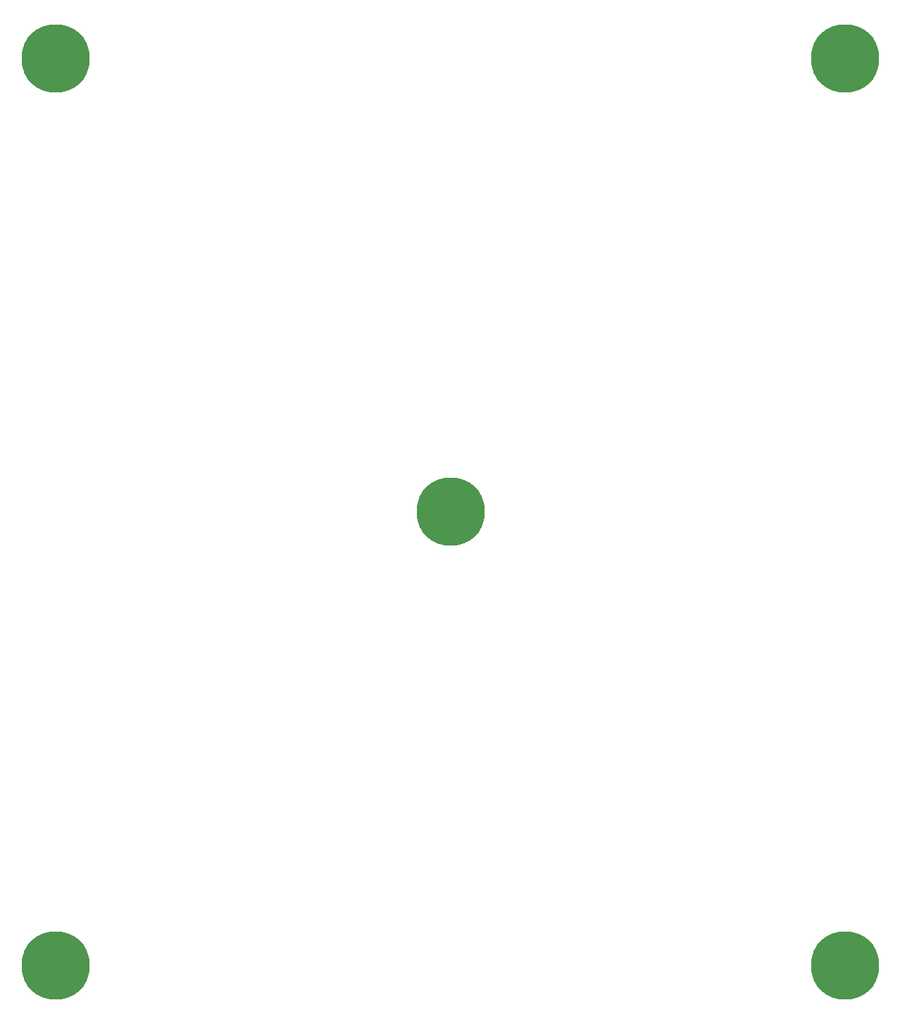
<source format=gbs>
G04 Layer_Color=16711935*
%FSLAX24Y24*%
%MOIN*%
G70*
G01*
G75*
%ADD26C,0.3230*%
D26*
X102953Y65354D02*
D03*
X121614Y86811D02*
D03*
Y43898D02*
D03*
X84252Y86811D02*
D03*
X84252Y43898D02*
D03*
M02*

</source>
